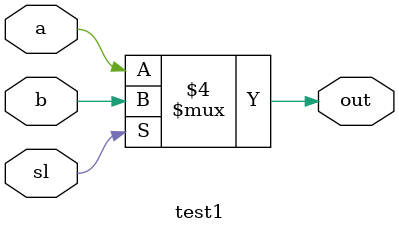
<source format=v>
`timescale 1ns / 1ps
module test1(out,a,b,sl);
   input a,b,sl;
	output out;
	reg out;
	    always @(sl or a or b)
		     if(!sl) out = a;
			    else out = b;
endmodule

</source>
